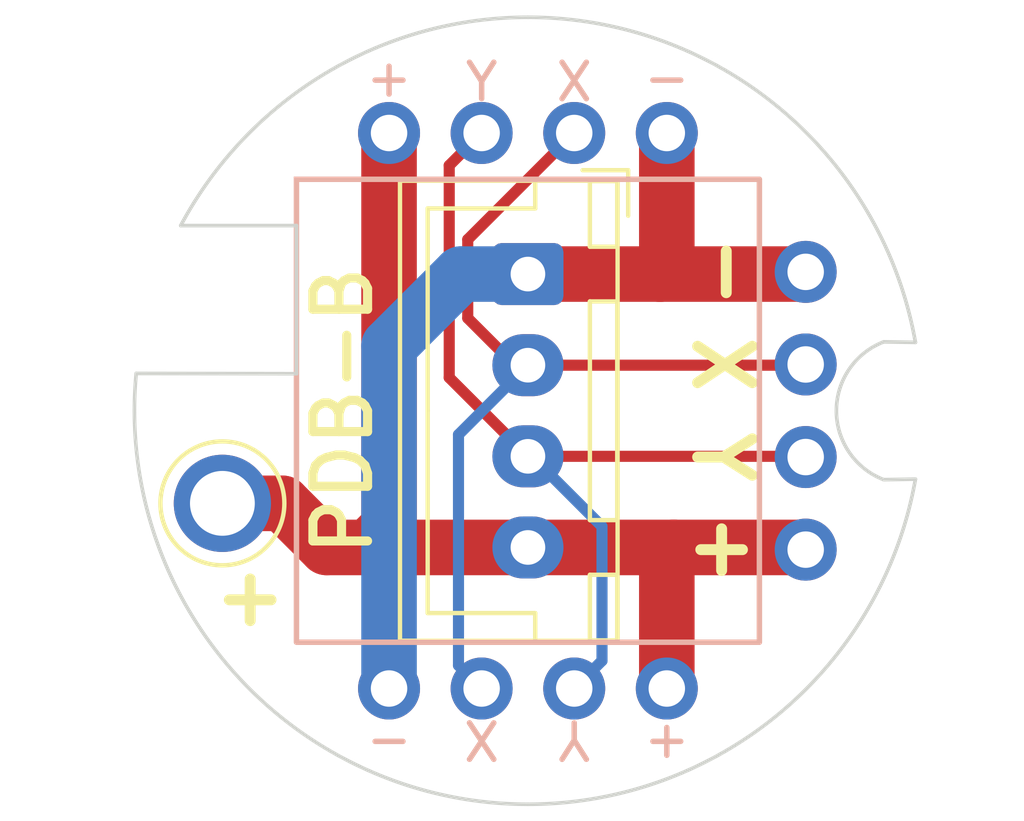
<source format=kicad_pcb>
(kicad_pcb (version 20211014) (generator pcbnew)
  (layers (0 "F.Cu" signal) (31 "B.Cu" signal) (34 "B.Paste" user) (35 "F.Paste" user) (36 "B.SilkS" user "B.Silkscreen") (37 "F.SilkS" user "F.Silkscreen") (38 "B.Mask" user) (39 "F.Mask" user) (44 "Edge.Cuts" user))
  (net 0 "")
  (net 1 "/GND")
  (net 2 "Net-(J1-Pad2)")
  (net 3 "Net-(J1-Pad3)")
  (net 4 "/VCC")
  (footprint "Connector_JST:JST_XH_B4B-XH-A_1x04_P2.50mm_Vertical" (layer "F.Cu") (at 127 123.25 -90)
    (fp_text reference "J1" hide)
    (fp_text value "JST XH4")
    (fp_line (start 10.05 -2.45) (end 8.25 -2.45) (layer "F.SilkS") (width 0.12))
    (fp_line (start 0.75 -1.7) (end 6.75 -1.7) (layer "F.SilkS") (width 0.12))
    (fp_line (start -0.75 -2.45) (end -2.55 -2.45) (layer "F.SilkS") (width 0.12))
    (fp_line (start 9.3 2.75) (end 3.75 2.75) (layer "F.SilkS") (width 0.12))
    (fp_line (start -2.56 -2.46) (end -2.56 3.51) (layer "F.SilkS") (width 0.12))
    (fp_line (start 6.75 -2.45) (end 0.75 -2.45) (layer "F.SilkS") (width 0.12))
    (fp_line (start -2.55 -1.7) (end -0.75 -1.7) (layer "F.SilkS") (width 0.12))
    (fp_line (start -2.85 -2.75) (end -2.85 -1.5) (layer "F.SilkS") (width 0.12))
    (fp_line (start -1.6 -2.75) (end -2.85 -2.75) (layer "F.SilkS") (width 0.12))
    (fp_line (start -1.8 2.75) (end 3.75 2.75) (layer "F.SilkS") (width 0.12))
    (fp_line (start -2.55 -2.45) (end -2.55 -1.7) (layer "F.SilkS") (width 0.12))
    (fp_line (start 10.06 3.51) (end 10.06 -2.46) (layer "F.SilkS") (width 0.12))
    (fp_line (start -2.55 -0.2) (end -1.8 -0.2) (layer "F.SilkS") (width 0.12))
    (fp_line (start 0.75 -2.45) (end 0.75 -1.7) (layer "F.SilkS") (width 0.12))
    (fp_line (start 10.05 -0.2) (end 9.3 -0.2) (layer "F.SilkS") (width 0.12))
    (fp_line (start -2.56 3.51) (end 10.06 3.51) (layer "F.SilkS") (width 0.12))
    (fp_line (start -1.8 -0.2) (end -1.8 2.75) (layer "F.SilkS") (width 0.12))
    (fp_line (start 10.06 -2.46) (end -2.56 -2.46) (layer "F.SilkS") (width 0.12))
    (fp_line (start 9.3 -0.2) (end 9.3 2.75) (layer "F.SilkS") (width 0.12))
    (fp_line (start 6.75 -1.7) (end 6.75 -2.45) (layer "F.SilkS") (width 0.12))
    (fp_line (start 10.05 -1.7) (end 10.05 -2.45) (layer "F.SilkS") (width 0.12))
    (fp_line (start 8.25 -2.45) (end 8.25 -1.7) (layer "F.SilkS") (width 0.12))
    (fp_line (start -0.75 -1.7) (end -0.75 -2.45) (layer "F.SilkS") (width 0.12))
    (fp_line (start 8.25 -1.7) (end 10.05 -1.7) (layer "F.SilkS") (width 0.12))
    (pad "1" thru_hole roundrect (at 0 0 270) (size 1.7 1.95) (drill 0.95) (layers *.Cu *.Mask) (roundrect_rratio 0.1470588235) (net 1 "/GND"))
    (pad "2" thru_hole oval (at 2.5 0 270) (size 1.7 1.95) (drill 0.95) (layers *.Cu *.Mask) (net 2 "Net-(J1-Pad2)"))
    (pad "3" thru_hole oval (at 5 0 270) (size 1.7 1.95) (drill 0.95) (layers *.Cu *.Mask) (net 3 "Net-(J1-Pad3)"))
    (pad "4" thru_hole oval (at 7.5 0 270) (size 1.7 1.95) (drill 0.95) (layers *.Cu *.Mask) (net 4 "/VCC"))
  )
  (footprint "TestPoint:TestPoint_Plated_Hole_D2.0mm" (layer "F.Cu") (at 118.618 129.54)
    (fp_text reference "J5" hide)
    (fp_text value "Wire sodler pad")
    (fp_circle (center 0 0) (end 0 -1.7) (layer "F.SilkS") (width 0.12) (fill none))
    (pad "1" thru_hole circle (at 0 0) (size 2.667 2.667) (drill 1.778) (layers *.Cu *.Mask) (net 4 "/VCC"))
  )
  (footprint "Shurik:connector-4p-generic-nosilk" (layer "F.Cu") (at 134.62 123.19)
    (fp_text reference "J4" hide)
    (fp_text value "Controller conn")
    (pad "1" thru_hole circle (at 0 0) (size 1.7 1.7) (drill 1) (layers *.Cu *.Mask) (net 1 "/GND"))
    (pad "2" thru_hole oval (at 0 2.54) (size 1.7 1.7) (drill 1) (layers *.Cu *.Mask) (net 2 "Net-(J1-Pad2)"))
    (pad "3" thru_hole oval (at 0 5.08) (size 1.7 1.7) (drill 1) (layers *.Cu *.Mask) (net 3 "Net-(J1-Pad3)"))
    (pad "4" thru_hole oval (at 0 7.62) (size 1.7 1.7) (drill 1) (layers *.Cu *.Mask) (net 4 "/VCC"))
  )
  (footprint "Shurik:connector-4p-generic-nosilk" (layer "F.Cu") (at 123.19 134.62 90)
    (fp_text reference "J3" hide)
    (fp_text value "LED conn")
    (pad "1" thru_hole circle (at 0 0 90) (size 1.7 1.7) (drill 1) (layers *.Cu *.Mask) (net 1 "/GND"))
    (pad "2" thru_hole oval (at 0 2.54 90) (size 1.7 1.7) (drill 1) (layers *.Cu *.Mask) (net 2 "Net-(J1-Pad2)"))
    (pad "3" thru_hole oval (at 0 5.08 90) (size 1.7 1.7) (drill 1) (layers *.Cu *.Mask) (net 3 "Net-(J1-Pad3)"))
    (pad "4" thru_hole oval (at 0 7.62 90) (size 1.7 1.7) (drill 1) (layers *.Cu *.Mask) (net 4 "/VCC"))
  )
  (footprint "Shurik:connector-4p-generic-nosilk" (layer "F.Cu") (at 130.81 119.38 -90)
    (fp_text reference "J2" hide)
    (fp_text value "LED conn")
    (pad "1" thru_hole circle (at 0 0 270) (size 1.7 1.7) (drill 1) (layers *.Cu *.Mask) (net 1 "/GND"))
    (pad "2" thru_hole oval (at 0 2.54 270) (size 1.7 1.7) (drill 1) (layers *.Cu *.Mask) (net 2 "Net-(J1-Pad2)"))
    (pad "3" thru_hole oval (at 0 5.08 270) (size 1.7 1.7) (drill 1) (layers *.Cu *.Mask) (net 3 "Net-(J1-Pad3)"))
    (pad "4" thru_hole oval (at 0 7.62 270) (size 1.7 1.7) (drill 1) (layers *.Cu *.Mask) (net 4 "/VCC"))
  )
  (gr_rect (start 120.65 120.65) (end 133.35 133.35) (layer "B.SilkS") (width 0.15) (fill none))
  (gr_line (start 137.63074 125.123987) (end 136.76037 125.109493) (layer "Edge.Cuts") (width 0.1))
  (gr_line (start 120.65 121.92) (end 117.475 121.92) (layer "Edge.Cuts") (width 0.1))
  (gr_arc (start 136.76037 128.890494) (mid 135.462276 126.999993) (end 136.76037 125.109493) (layer "Edge.Cuts") (width 0.1))
  (gr_arc (start 137.630741 128.875988) (mid 133.938498 135.27013) (end 127 137.795) (layer "Edge.Cuts") (width 0.1))
  (gr_line (start 137.630741 128.875988) (end 136.76037 128.890494) (layer "Edge.Cuts") (width 0.1))
  (gr_line (start 120.65 121.92) (end 120.65 125.984) (layer "Edge.Cuts") (width 0.1))
  (gr_arc (start 127 137.795) (mid 119.013129 134.262356) (end 116.253626 125.976536) (layer "Edge.Cuts") (width 0.1))
  (gr_line (start 120.65 125.984) (end 116.253626 125.976536) (layer "Edge.Cuts") (width 0.1))
  (gr_arc (start 127 116.205) (mid 133.93832 118.730063) (end 137.63074 125.123987) (layer "Edge.Cuts") (width 0.1))
  (gr_arc (start 117.475 121.92) (mid 121.446017 117.743361) (end 127 116.205) (layer "Edge.Cuts") (width 0.1))
  (gr_text "Y" (at 125.73 117.983) (layer "B.SilkS") (effects (font (size 1 1)) (justify mirror)))
  (gr_text "-" (at 123.19 136.144 180) (layer "B.SilkS") (effects (font (size 1 1)) (justify mirror)))
  (gr_text "-" (at 130.81 117.856) (layer "B.SilkS") (effects (font (size 1 1)) (justify mirror)))
  (gr_text "+" (at 123.19 117.856) (layer "B.SilkS") (effects (font (size 1 1)) (justify mirror)))
  (gr_text "X" (at 128.27 117.983) (layer "B.SilkS") (effects (font (size 1 1)) (justify mirror)))
  (gr_text "Y" (at 128.27 136.017 180) (layer "B.SilkS") (effects (font (size 1 1)) (justify mirror)))
  (gr_text "+" (at 130.81 136.144 180) (layer "B.SilkS") (effects (font (size 1 1)) (justify mirror)))
  (gr_text "X" (at 125.73 136.017 180) (layer "B.SilkS") (effects (font (size 1 1)) (justify mirror)))
  (gr_text "X" (at 132.334 125.73 270) (layer "F.SilkS") (effects (font (size 1.5 1.5) (thickness 0.3)) (justify mirror)))
  (gr_text "Y" (at 132.334 128.27 270) (layer "F.SilkS") (effects (font (size 1.5 1.5) (thickness 0.3)) (justify mirror)))
  (gr_text "PDB-B" (at 121.92 127 90) (layer "F.SilkS") (effects (font (size 1.5 1.5) (thickness 0.25))))
  (gr_text "+" (at 119.38 132.08) (layer "F.SilkS") (effects (font (size 1.5 1.5) (thickness 0.3)) (justify mirror)))
  (gr_text "+" (at 132.207 130.81 90) (layer "F.SilkS") (effects (font (size 1.5 1.5) (thickness 0.3)) (justify mirror)))
  (gr_text "-" (at 132.334 123.19 90) (layer "F.SilkS") (effects (font (size 1.5 1.5) (thickness 0.3)) (justify mirror)))
  (segment (start 134.56 123.25) (end 134.62 123.19) (width 1.524) (layer "F.Cu") (net 1))
  (segment (start 130.623 123.25) (end 134.56 123.25) (width 1.524) (layer "F.Cu") (net 1))
  (segment (start 130.81 119.38) (end 130.81 123.063) (width 1.524) (layer "F.Cu") (net 1))
  (segment (start 127 123.25) (end 130.623 123.25) (width 1.524) (layer "F.Cu") (net 1))
  (segment (start 130.81 123.063) (end 130.623 123.25) (width 1.524) (layer "F.Cu") (net 1))
  (segment (start 123.19 134.62) (end 123.19 125.222) (width 1.524) (layer "B.Cu") (net 1))
  (segment (start 125.162 123.25) (end 127 123.25) (width 1.524) (layer "B.Cu") (net 1))
  (segment (start 123.19 125.222) (end 125.162 123.25) (width 1.524) (layer "B.Cu") (net 1))
  (segment (start 125.349 124.46) (end 126.639 125.75) (width 0.3048) (layer "F.Cu") (net 2))
  (segment (start 126.639 125.75) (end 127 125.75) (width 0.3048) (layer "F.Cu") (net 2))
  (segment (start 128.27 119.38) (end 125.349 122.301) (width 0.3048) (layer "F.Cu") (net 2))
  (segment (start 134.6 125.75) (end 134.62 125.73) (width 0.3048) (layer "F.Cu") (net 2))
  (segment (start 125.349 122.301) (end 125.349 124.46) (width 0.3048) (layer "F.Cu") (net 2))
  (segment (start 127 125.75) (end 134.6 125.75) (width 0.3048) (layer "F.Cu") (net 2))
  (segment (start 125.73 134.62) (end 125.095 133.985) (width 0.3048) (layer "B.Cu") (net 2))
  (segment (start 125.095 127.655) (end 127 125.75) (width 0.3048) (layer "B.Cu") (net 2))
  (segment (start 125.095 133.985) (end 125.095 127.655) (width 0.3048) (layer "B.Cu") (net 2))
  (segment (start 127 128.25) (end 134.6 128.25) (width 0.3048) (layer "F.Cu") (net 3))
  (segment (start 124.841 120.269) (end 124.841 126.091) (width 0.3048) (layer "F.Cu") (net 3))
  (segment (start 124.841 126.091) (end 127 128.25) (width 0.3048) (layer "F.Cu") (net 3))
  (segment (start 134.6 128.25) (end 134.62 128.27) (width 0.3048) (layer "F.Cu") (net 3))
  (segment (start 125.73 119.38) (end 124.841 120.269) (width 0.3048) (layer "F.Cu") (net 3))
  (segment (start 129.032 130.175) (end 127.107 128.25) (width 0.3048) (layer "B.Cu") (net 3))
  (segment (start 128.27 134.62) (end 129.032 133.858) (width 0.3048) (layer "B.Cu") (net 3))
  (segment (start 129.032 133.858) (end 129.032 130.175) (width 0.3048) (layer "B.Cu") (net 3))
  (segment (start 127.107 128.25) (end 127 128.25) (width 0.3048) (layer "B.Cu") (net 3))
  (segment (start 123.19 119.38) (end 123.19 130.175) (width 1.524) (layer "F.Cu") (net 4))
  (segment (start 130.997 130.75) (end 134.56 130.75) (width 1.524) (layer "F.Cu") (net 4))
  (segment (start 134.56 130.75) (end 134.62 130.81) (width 1.524) (layer "F.Cu") (net 4))
  (segment (start 122.615 130.75) (end 127 130.75) (width 1.524) (layer "F.Cu") (net 4))
  (segment (start 130.81 130.937) (end 130.997 130.75) (width 1.524) (layer "F.Cu") (net 4))
  (segment (start 121.479 130.75) (end 122.615 130.75) (width 1.524) (layer "F.Cu") (net 4))
  (segment (start 130.81 134.62) (end 130.81 130.937) (width 1.524) (layer "F.Cu") (net 4))
  (segment (start 127 130.75) (end 130.997 130.75) (width 1.524) (layer "F.Cu") (net 4))
  (segment (start 123.19 130.175) (end 122.615 130.75) (width 1.524) (layer "F.Cu") (net 4))
  (segment (start 118.618 129.54) (end 120.269 129.54) (width 1.524) (layer "F.Cu") (net 4))
  (segment (start 120.269 129.54) (end 121.479 130.75) (width 1.524) (layer "F.Cu") (net 4))
)
</source>
